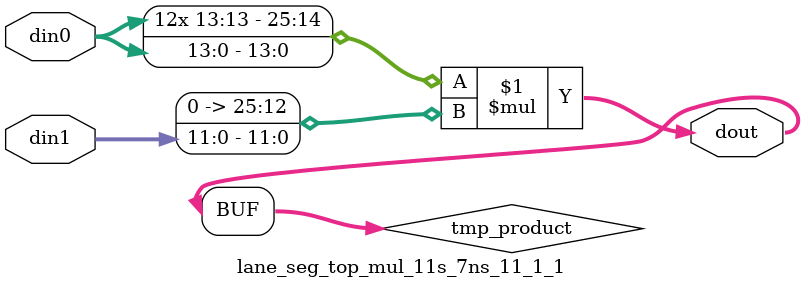
<source format=v>

`timescale 1 ns / 1 ps

  module lane_seg_top_mul_11s_7ns_11_1_1(din0, din1, dout);
parameter ID = 1;
parameter NUM_STAGE = 0;
parameter din0_WIDTH = 14;
parameter din1_WIDTH = 12;
parameter dout_WIDTH = 26;

input [din0_WIDTH - 1 : 0] din0; 
input [din1_WIDTH - 1 : 0] din1; 
output [dout_WIDTH - 1 : 0] dout;

wire signed [dout_WIDTH - 1 : 0] tmp_product;












assign tmp_product = $signed(din0) * $signed({1'b0, din1});









assign dout = tmp_product;







endmodule

</source>
